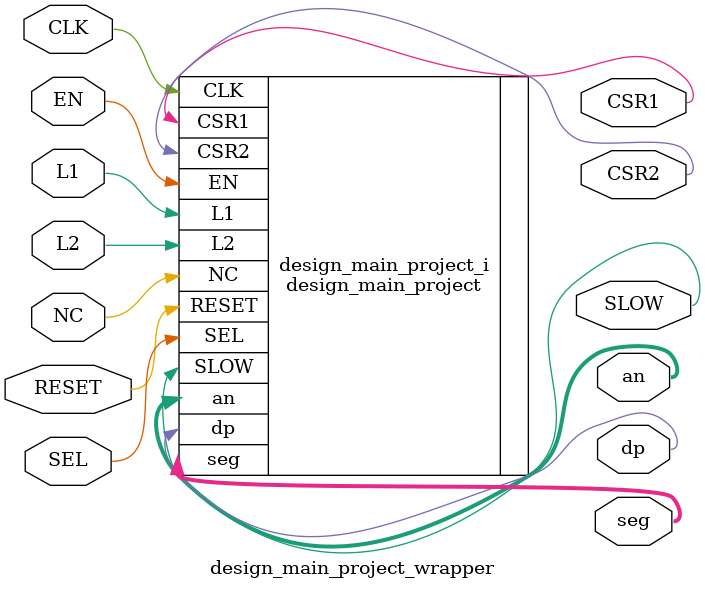
<source format=v>
`timescale 1 ps / 1 ps

module design_main_project_wrapper
   (CLK,
    CSR1,
    CSR2,
    EN,
    L1,
    L2,
    NC,
    RESET,
    SEL,
    SLOW,
    an,
    dp,
    seg);
  input CLK;
  output CSR1;
  output CSR2;
  input EN;
  input L1;
  input L2;
  input NC;
  input RESET;
  input SEL;
  output SLOW;
  output [3:0]an;
  output dp;
  output [6:0]seg;

  wire CLK;
  wire CSR1;
  wire CSR2;
  wire EN;
  wire L1;
  wire L2;
  wire NC;
  wire RESET;
  wire SEL;
  wire SLOW;
  wire [3:0]an;
  wire dp;
  wire [6:0]seg;

  design_main_project design_main_project_i
       (.CLK(CLK),
        .CSR1(CSR1),
        .CSR2(CSR2),
        .EN(EN),
        .L1(L1),
        .L2(L2),
        .NC(NC),
        .RESET(RESET),
        .SEL(SEL),
        .SLOW(SLOW),
        .an(an),
        .dp(dp),
        .seg(seg));
endmodule

</source>
